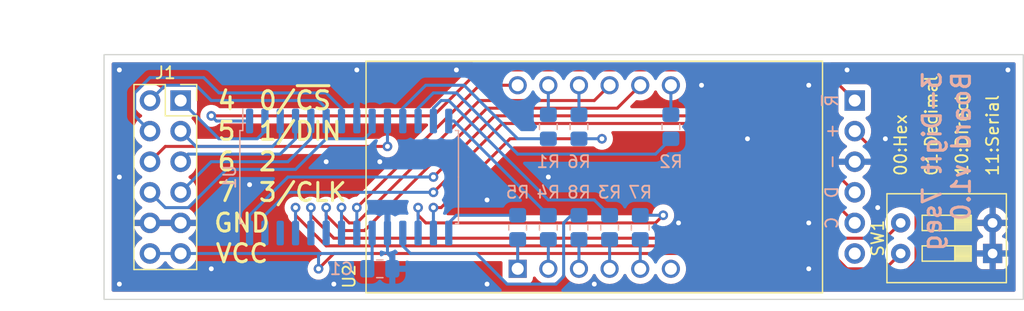
<source format=kicad_pcb>
(kicad_pcb (version 20211014) (generator pcbnew)
  (layers (0 "F.Cu" signal) (31 "B.Cu" signal) (34 "B.Paste" user) (35 "F.Paste" user) (36 "B.SilkS" user "B.Silkscreen") (37 "F.SilkS" user "F.Silkscreen") (38 "B.Mask" user) (39 "F.Mask" user) (44 "Edge.Cuts" user))
  (net 0 "")
  (net 1 "VCC")
  (net 2 "GND")
  (net 3 "/in0")
  (net 4 "/in1")
  (net 5 "/in2")
  (net 6 "/in3")
  (net 7 "/in4")
  (net 8 "/in5")
  (net 9 "/in6")
  (net 10 "/in7")
  (net 11 "Net-(U1-Pad1)")
  (net 12 "Net-(U1-Pad28)")
  (net 13 "Net-(U1-Pad27)")
  (net 15 "/l_a")
  (net 16 "Net-(U2-Pad11)")
  (net 17 "/l_b")
  (net 18 "Net-(U2-Pad7)")
  (net 19 "/l_c")
  (net 20 "Net-(U2-Pad4)")
  (net 21 "/l_d")
  (net 22 "Net-(U2-Pad2)")
  (net 23 "/l_e")
  (net 24 "Net-(U2-Pad1)")
  (net 25 "/l_f")
  (net 26 "Net-(U2-Pad10)")
  (net 27 "/l_g")
  (net 28 "Net-(U2-Pad5)")
  (net 29 "/l_dp")
  (net 30 "Net-(U2-Pad3)")
  (net 31 "/sw2")
  (net 32 "/sw1")
  (net 33 "/k1")
  (net 34 "/k2")
  (net 35 "/k3")
  (footprint "ModifiedKiCadLibrary:PinSocket_2x06_P2.54mm_Vertical_Top_Bottom" (layer "F.Cu") (at 107.95 54.61)
    (fp_text reference "J1" (at -1.27 -2.305) (layer "F.SilkS"))
    (fp_text value "Conn_02x06_Top_Bottom")
    (fp_line (start -3.87 14.03) (end 1.33 14.03) (layer "F.SilkS") (width 0.12))
    (fp_line (start -3.87 -1.33) (end -1.27 -1.33) (layer "F.SilkS") (width 0.12))
    (fp_line (start -1.27 1.27) (end 1.33 1.27) (layer "F.SilkS") (width 0.12))
    (fp_line (start -1.27 -1.33) (end -1.27 1.27) (layer "F.SilkS") (width 0.12))
    (fp_line (start -3.87 -1.33) (end -3.87 14.03) (layer "F.SilkS") (width 0.12))
    (fp_line (start 1.33 1.27) (end 1.33 14.03) (layer "F.SilkS") (width 0.12))
    (fp_line (start 1.33 -1.33) (end 1.33 0) (layer "F.SilkS") (width 0.12))
    (fp_line (start 0 -1.33) (end 1.33 -1.33) (layer "F.SilkS") (width 0.12))
    (pad "1" thru_hole rect (at 0 0) (size 1.7 1.7) (drill 1) (layers *.Cu *.Mask) (net 3 "/in0"))
    (pad "2" thru_hole oval (at 0 2.54) (size 1.7 1.7) (drill 1) (layers *.Cu *.Mask) (net 4 "/in1"))
    (pad "3" thru_hole oval (at 0 5.08) (size 1.7 1.7) (drill 1) (layers *.Cu *.Mask) (net 5 "/in2"))
    (pad "4" thru_hole oval (at 0 7.62) (size 1.7 1.7) (drill 1) (layers *.Cu *.Mask) (net 6 "/in3"))
    (pad "5" thru_hole oval (at 0 10.16) (size 1.7 1.7) (drill 1) (layers *.Cu *.Mask) (net 2 "GND"))
    (pad "6" thru_hole oval (at 0 12.7) (size 1.7 1.7) (drill 1) (layers *.Cu *.Mask) (net 1 "VCC"))
    (pad "7" thru_hole oval (at -2.54 0) (size 1.7 1.7) (drill 1) (layers *.Cu *.Mask) (net 7 "/in4"))
    (pad "8" thru_hole oval (at -2.54 2.54) (size 1.7 1.7) (drill 1) (layers *.Cu *.Mask) (net 8 "/in5"))
    (pad "9" thru_hole oval (at -2.54 5.08) (size 1.7 1.7) (drill 1) (layers *.Cu *.Mask) (net 9 "/in6"))
    (pad "10" thru_hole oval (at -2.54 7.62) (size 1.7 1.7) (drill 1) (layers *.Cu *.Mask) (net 10 "/in7"))
    (pad "11" thru_hole oval (at -2.54 10.16) (size 1.7 1.7) (drill 1) (layers *.Cu *.Mask) (net 2 "GND"))
    (pad "12" thru_hole oval (at -2.54 12.7) (size 1.7 1.7) (drill 1) (layers *.Cu *.Mask) (net 1 "VCC"))
  )
  (footprint "Display_7Segment:CA56-12EWA" (layer "F.Cu") (at 135.89 68.58 90)
    (fp_text reference "U2" (at -0.635 -13.97 90) (layer "F.SilkS"))
    (fp_text value "OSL30561-LRA")
    (fp_line (start -2 -12.57) (end -2 25.27) (layer "F.SilkS") (width 0.12))
    (fp_line (start -2 25.27) (end 17.24 25.27) (layer "F.SilkS") (width 0.12))
    (fp_line (start -2 -12.57) (end 17.24 -12.57) (layer "F.SilkS") (width 0.12))
    (fp_line (start 17.24 25.27) (end 17.24 -12.57) (layer "F.SilkS") (width 0.12))
    (pad "1" thru_hole rect (at 0 0 90) (size 1.5 1.5) (drill 1) (layers *.Cu *.Mask) (net 24 "Net-(U2-Pad1)"))
    (pad "2" thru_hole circle (at 0 2.54 90) (size 1.5 1.5) (drill 1) (layers *.Cu *.Mask) (net 22 "Net-(U2-Pad2)"))
    (pad "3" thru_hole circle (at 0 5.08 90) (size 1.5 1.5) (drill 1) (layers *.Cu *.Mask) (net 30 "Net-(U2-Pad3)"))
    (pad "4" thru_hole circle (at 0 7.62 90) (size 1.5 1.5) (drill 1) (layers *.Cu *.Mask) (net 20 "Net-(U2-Pad4)"))
    (pad "5" thru_hole circle (at 0 10.16 90) (size 1.5 1.5) (drill 1) (layers *.Cu *.Mask) (net 28 "Net-(U2-Pad5)"))
    (pad "6" thru_hole circle (at 0 12.7 90) (size 1.5 1.5) (drill 1) (layers *.Cu *.Mask))
    (pad "7" thru_hole circle (at 15.24 12.7 90) (size 1.5 1.5) (drill 1) (layers *.Cu *.Mask) (net 18 "Net-(U2-Pad7)"))
    (pad "8" thru_hole circle (at 15.24 10.16 90) (size 1.5 1.5) (drill 1) (layers *.Cu *.Mask) (net 35 "/k3"))
    (pad "9" thru_hole circle (at 15.24 7.62 90) (size 1.5 1.5) (drill 1) (layers *.Cu *.Mask) (net 34 "/k2"))
    (pad "10" thru_hole circle (at 15.24 5.08 90) (size 1.5 1.5) (drill 1) (layers *.Cu *.Mask) (net 26 "Net-(U2-Pad10)"))
    (pad "11" thru_hole circle (at 15.24 2.54 90) (size 1.5 1.5) (drill 1) (layers *.Cu *.Mask) (net 16 "Net-(U2-Pad11)"))
    (pad "12" thru_hole circle (at 15.24 0 90) (size 1.5 1.5) (drill 1) (layers *.Cu *.Mask) (net 33 "/k1"))
  )
  (footprint "Connector_PinHeader_2.54mm:PinHeader_1x06_P2.54mm_Vertical" (layer "F.Cu") (at 163.83 54.61)
    (fp_text reference "J2" hide)
    (fp_text value "Conn_PIC_ICSP_ICD")
    (pad "1" thru_hole rect (at 0 0) (size 1.7 1.7) (drill 1) (layers *.Cu *.Mask) (net 11 "Net-(U1-Pad1)"))
    (pad "2" thru_hole oval (at 0 2.54) (size 1.7 1.7) (drill 1) (layers *.Cu *.Mask) (net 1 "VCC"))
    (pad "3" thru_hole oval (at 0 5.08) (size 1.7 1.7) (drill 1) (layers *.Cu *.Mask) (net 2 "GND"))
    (pad "4" thru_hole oval (at 0 7.62) (size 1.7 1.7) (drill 1) (layers *.Cu *.Mask) (net 12 "Net-(U1-Pad28)"))
    (pad "5" thru_hole oval (at 0 10.16) (size 1.7 1.7) (drill 1) (layers *.Cu *.Mask) (net 13 "Net-(U1-Pad27)"))
    (pad "6" thru_hole oval (at 0 12.7) (size 1.7 1.7) (drill 1) (layers *.Cu *.Mask))
  )
  (footprint "Button_Switch_THT:SW_DIP_SPSTx02_Slide_9.78x7.26mm_W7.62mm_P2.54mm" (layer "F.Cu") (at 175.26 67.31 180)
    (fp_text reference "SW1" (at 9.525 1.27 90) (layer "F.SilkS"))
    (fp_text value "SW_DIP_x02")
    (fp_line (start 1.78 2.145) (end 3.133333 2.145) (layer "F.SilkS") (width 0.12))
    (fp_line (start 5.84 0.635) (end 5.84 -0.635) (layer "F.SilkS") (width 0.12))
    (fp_line (start 1.78 2.025) (end 3.133333 2.025) (layer "F.SilkS") (width 0.12))
    (fp_line (start 1.78 2.385) (end 3.133333 2.385) (layer "F.SilkS") (width 0.12))
    (fp_line (start 1.78 2.265) (end 3.133333 2.265) (layer "F.SilkS") (width 0.12))
    (fp_line (start 3.133333 -0.635) (end 3.133333 0.635) (layer "F.SilkS") (width 0.12))
    (fp_line (start -1.14 4.96) (end 8.76 4.96) (layer "F.SilkS") (width 0.12))
    (fp_line (start 1.78 2.865) (end 3.133333 2.865) (layer "F.SilkS") (width 0.12))
    (fp_line (start 5.84 1.905) (end 1.78 1.905) (layer "F.SilkS") (width 0.12))
    (fp_line (start 1.78 -0.275) (end 3.133333 -0.275) (layer "F.SilkS") (width 0.12))
    (fp_line (start 3.133333 1.905) (end 3.133333 3.175) (layer "F.SilkS") (width 0.12))
    (fp_line (start 1.78 0.205) (end 3.133333 0.205) (layer "F.SilkS") (width 0.12))
    (fp_line (start 5.84 -0.635) (end 1.78 -0.635) (layer "F.SilkS") (width 0.12))
    (fp_line (start 1.78 0.565) (end 3.133333 0.565) (layer "F.SilkS") (width 0.12))
    (fp_line (start 1.78 2.625) (end 3.133333 2.625) (layer "F.SilkS") (width 0.12))
    (fp_line (start 1.78 0.085) (end 3.133333 0.085) (layer "F.SilkS") (width 0.12))
    (fp_line (start 1.78 0.445) (end 3.133333 0.445) (layer "F.SilkS") (width 0.12))
    (fp_line (start 1.78 0.325) (end 3.133333 0.325) (layer "F.SilkS") (width 0.12))
    (fp_line (start 1.78 1.905) (end 1.78 3.175) (layer "F.SilkS") (width 0.12))
    (fp_line (start 8.76 -2.42) (end 8.76 4.96) (layer "F.SilkS") (width 0.12))
    (fp_line (start 1.78 -0.035) (end 3.133333 -0.035) (layer "F.SilkS") (width 0.12))
    (fp_line (start 1.78 3.105) (end 3.133333 3.105) (layer "F.SilkS") (width 0.12))
    (fp_line (start 1.78 -0.515) (end 3.133333 -0.515) (layer "F.SilkS") (width 0.12))
    (fp_line (start 1.78 0.635) (end 5.84 0.635) (layer "F.SilkS") (width 0.12))
    (fp_line (start 1.78 -0.635) (end 1.78 0.635) (layer "F.SilkS") (width 0.12))
    (fp_line (start 1.78 3.175) (end 5.84 3.175) (layer "F.SilkS") (width 0.12))
    (fp_line (start 1.78 -0.155) (end 3.133333 -0.155) (layer "F.SilkS") (width 0.12))
    (fp_line (start 1.78 2.505) (end 3.133333 2.505) (layer "F.SilkS") (width 0.12))
    (fp_line (start 1.78 2.745) (end 3.133333 2.745) (layer "F.SilkS") (width 0.12))
    (fp_line (start 1.78 2.985) (end 3.133333 2.985) (layer "F.SilkS") (width 0.12))
    (fp_line (start 5.84 3.175) (end 5.84 1.905) (layer "F.SilkS") (width 0.12))
    (fp_line (start -1.14 -2.42) (end 8.76 -2.42) (layer "F.SilkS") (width 0.12))
    (fp_line (start -1.14 -2.42) (end -1.14 4.96) (layer "F.SilkS") (width 0.12))
    (fp_line (start 1.78 -0.395) (end 3.133333 -0.395) (layer "F.SilkS") (width 0.12))
    (pad "1" thru_hole rect (at 0 0 180) (size 1.6 1.6) (drill 0.8) (layers *.Cu *.Mask) (net 2 "GND"))
    (pad "2" thru_hole oval (at 0 2.54 180) (size 1.6 1.6) (drill 0.8) (layers *.Cu *.Mask) (net 2 "GND"))
    (pad "3" thru_hole oval (at 7.62 2.54 180) (size 1.6 1.6) (drill 0.8) (layers *.Cu *.Mask) (net 32 "/sw1"))
    (pad "4" thru_hole oval (at 7.62 0 180) (size 1.6 1.6) (drill 0.8) (layers *.Cu *.Mask) (net 31 "/sw2"))
  )
  (footprint "Resistor_SMD:R_0805_2012Metric_Pad1.20x1.40mm_HandSolder" (layer "B.Cu") (at 138.43 56.785 90)
    (fp_text reference "R1" (at -2.905 0 180) (layer "B.SilkS") (effects (justify mirror)))
    (fp_text value "R")
    (fp_line (start -0.227064 -0.735) (end 0.227064 -0.735) (layer "B.SilkS") (width 0.12))
    (fp_line (start -0.227064 0.735) (end 0.227064 0.735) (layer "B.SilkS") (width 0.12))
    (pad "1" smd roundrect (at -1 0 90) (size 1.2 1.4) (layers "B.Cu" "B.Paste" "B.Mask") (roundrect_rratio 0.208333) (net 15 "/l_a"))
    (pad "2" smd roundrect (at 1 0 90) (size 1.2 1.4) (layers "B.Cu" "B.Paste" "B.Mask") (roundrect_rratio 0.208333) (net 16 "Net-(U2-Pad11)"))
  )
  (footprint "Capacitor_SMD:C_0805_2012Metric_Pad1.18x1.45mm_HandSolder" (layer "B.Cu") (at 124.46 68.58)
    (fp_text reference "C1" (at -3.175 0) (layer "B.SilkS") (effects (justify mirror)))
    (fp_text value "0.1u")
    (fp_line (start -0.261252 -0.735) (end 0.261252 -0.735) (layer "B.SilkS") (width 0.12))
    (fp_line (start -0.261252 0.735) (end 0.261252 0.735) (layer "B.SilkS") (width 0.12))
    (pad "1" smd roundrect (at -1.0375 0) (size 1.175 1.45) (layers "B.Cu" "B.Paste" "B.Mask") (roundrect_rratio 0.212766) (net 1 "VCC"))
    (pad "2" smd roundrect (at 1.0375 0) (size 1.175 1.45) (layers "B.Cu" "B.Paste" "B.Mask") (roundrect_rratio 0.212766) (net 2 "GND"))
  )
  (footprint "Resistor_SMD:R_0805_2012Metric_Pad1.20x1.40mm_HandSolder" (layer "B.Cu") (at 146.05 65.135 -90)
    (fp_text reference "R7" (at -2.905 0 180) (layer "B.SilkS") (effects (justify mirror)))
    (fp_text value "R")
    (fp_line (start -0.227064 0.735) (end 0.227064 0.735) (layer "B.SilkS") (width 0.12))
    (fp_line (start -0.227064 -0.735) (end 0.227064 -0.735) (layer "B.SilkS") (width 0.12))
    (pad "1" smd roundrect (at -1 0 270) (size 1.2 1.4) (layers "B.Cu" "B.Paste" "B.Mask") (roundrect_rratio 0.208333) (net 27 "/l_g"))
    (pad "2" smd roundrect (at 1 0 270) (size 1.2 1.4) (layers "B.Cu" "B.Paste" "B.Mask") (roundrect_rratio 0.208333) (net 28 "Net-(U2-Pad5)"))
  )
  (footprint "Resistor_SMD:R_0805_2012Metric_Pad1.20x1.40mm_HandSolder" (layer "B.Cu") (at 135.89 65.135 -90)
    (fp_text reference "R5" (at -2.905 0 180) (layer "B.SilkS") (effects (justify mirror)))
    (fp_text value "R")
    (fp_line (start -0.227064 -0.735) (end 0.227064 -0.735) (layer "B.SilkS") (width 0.12))
    (fp_line (start -0.227064 0.735) (end 0.227064 0.735) (layer "B.SilkS") (width 0.12))
    (pad "1" smd roundrect (at -1 0 270) (size 1.2 1.4) (layers "B.Cu" "B.Paste" "B.Mask") (roundrect_rratio 0.208333) (net 23 "/l_e"))
    (pad "2" smd roundrect (at 1 0 270) (size 1.2 1.4) (layers "B.Cu" "B.Paste" "B.Mask") (roundrect_rratio 0.208333) (net 24 "Net-(U2-Pad1)"))
  )
  (footprint "Resistor_SMD:R_0805_2012Metric_Pad1.20x1.40mm_HandSolder" (layer "B.Cu") (at 140.97 65.135 -90)
    (fp_text reference "R8" (at -2.905 0 180) (layer "B.SilkS") (effects (justify mirror)))
    (fp_text value "R")
    (fp_line (start -0.227064 -0.735) (end 0.227064 -0.735) (layer "B.SilkS") (width 0.12))
    (fp_line (start -0.227064 0.735) (end 0.227064 0.735) (layer "B.SilkS") (width 0.12))
    (pad "1" smd roundrect (at -1 0 270) (size 1.2 1.4) (layers "B.Cu" "B.Paste" "B.Mask") (roundrect_rratio 0.208333) (net 29 "/l_dp"))
    (pad "2" smd roundrect (at 1 0 270) (size 1.2 1.4) (layers "B.Cu" "B.Paste" "B.Mask") (roundrect_rratio 0.208333) (net 30 "Net-(U2-Pad3)"))
  )
  (footprint "Resistor_SMD:R_0805_2012Metric_Pad1.20x1.40mm_HandSolder" (layer "B.Cu") (at 140.97 56.785 90)
    (fp_text reference "R6" (at -2.905 0 180) (layer "B.SilkS") (effects (justify mirror)))
    (fp_text value "R")
    (fp_line (start -0.227064 0.735) (end 0.227064 0.735) (layer "B.SilkS") (width 0.12))
    (fp_line (start -0.227064 -0.735) (end 0.227064 -0.735) (layer "B.SilkS") (width 0.12))
    (pad "1" smd roundrect (at -1 0 90) (size 1.2 1.4) (layers "B.Cu" "B.Paste" "B.Mask") (roundrect_rratio 0.208333) (net 25 "/l_f"))
    (pad "2" smd roundrect (at 1 0 90) (size 1.2 1.4) (layers "B.Cu" "B.Paste" "B.Mask") (roundrect_rratio 0.208333) (net 26 "Net-(U2-Pad10)"))
  )
  (footprint "Resistor_SMD:R_0805_2012Metric_Pad1.20x1.40mm_HandSolder" (layer "B.Cu") (at 148.59 56.785 90)
    (fp_text reference "R2" (at -2.905 0 180) (layer "B.SilkS") (effects (justify mirror)))
    (fp_text value "R")
    (fp_line (start -0.227064 0.735) (end 0.227064 0.735) (layer "B.SilkS") (width 0.12))
    (fp_line (start -0.227064 -0.735) (end 0.227064 -0.735) (layer "B.SilkS") (width 0.12))
    (pad "1" smd roundrect (at -1 0 90) (size 1.2 1.4) (layers "B.Cu" "B.Paste" "B.Mask") (roundrect_rratio 0.208333) (net 17 "/l_b"))
    (pad "2" smd roundrect (at 1 0 90) (size 1.2 1.4) (layers "B.Cu" "B.Paste" "B.Mask") (roundrect_rratio 0.208333) (net 18 "Net-(U2-Pad7)"))
  )
  (footprint "Package_SO:SOIC-28W_7.5x17.9mm_P1.27mm" (layer "B.Cu") (at 121.92 60.96 -90)
    (fp_text reference "U1" (at 0 9.9 90) (layer "B.SilkS") (effects (justify mirror)))
    (fp_text value "PIC16F1933T-I/SO")
    (fp_line (start 0 9.06) (end -3.86 9.06) (layer "B.SilkS") (width 0.12))
    (fp_line (start -3.86 -9.06) (end -3.86 -8.815) (layer "B.SilkS") (width 0.12))
    (fp_line (start 3.86 9.06) (end 3.86 8.815) (layer "B.SilkS") (width 0.12))
    (fp_line (start 0 -9.06) (end -3.86 -9.06) (layer "B.SilkS") (width 0.12))
    (fp_line (start 3.86 -9.06) (end 3.86 -8.815) (layer "B.SilkS") (width 0.12))
    (fp_line (start 0 -9.06) (end 3.86 -9.06) (layer "B.SilkS") (width 0.12))
    (fp_line (start -3.86 9.06) (end -3.86 8.815) (layer "B.SilkS") (width 0.12))
    (fp_line (start -3.86 8.815) (end -5.675 8.815) (layer "B.SilkS") (width 0.12))
    (fp_line (start 0 9.06) (end 3.86 9.06) (layer "B.SilkS") (width 0.12))
    (pad "1" smd roundrect (at -4.65 8.255 270) (size 2.05 0.6) (layers "B.Cu" "B.Paste" "B.Mask") (net 11 "Net-(U1-Pad1)"))
    (pad "2" smd roundrect (at -4.65 6.985 270) (size 2.05 0.6) (layers "B.Cu" "B.Paste" "B.Mask") (net 3 "/in0"))
    (pad "3" smd roundrect (at -4.65 5.715 270) (size 2.05 0.6) (layers "B.Cu" "B.Paste" "B.Mask") (net 4 "/in1"))
    (pad "4" smd roundrect (at -4.65 4.445 270) (size 2.05 0.6) (layers "B.Cu" "B.Paste" "B.Mask") (net 5 "/in2"))
    (pad "5" smd roundrect (at -4.65 3.175 270) (size 2.05 0.6) (layers "B.Cu" "B.Paste" "B.Mask") (net 6 "/in3"))
    (pad "6" smd roundrect (at -4.65 1.905 270) (size 2.05 0.6) (layers "B.Cu" "B.Paste" "B.Mask") (net 7 "/in4"))
    (pad "7" smd roundrect (at -4.65 0.635 270) (size 2.05 0.6) (layers "B.Cu" "B.Paste" "B.Mask") (net 8 "/in5"))
    (pad "8" smd roundrect (at -4.65 -0.635 270) (size 2.05 0.6) (layers "B.Cu" "B.Paste" "B.Mask") (net 2 "GND"))
    (pad "9" smd roundrect (at -4.65 -1.905 270) (size 2.05 0.6) (layers "B.Cu" "B.Paste" "B.Mask") (net 10 "/in7"))
    (pad "10" smd roundrect (at -4.65 -3.175 270) (size 2.05 0.6) (layers "B.Cu" "B.Paste" "B.Mask") (net 9 "/in6"))
    (pad "11" smd roundrect (at -4.65 -4.445 270) (size 2.05 0.6) (layers "B.Cu" "B.Paste" "B.Mask") (net 15 "/l_a"))
    (pad "12" smd roundrect (at -4.65 -5.715 270) (size 2.05 0.6) (layers "B.Cu" "B.Paste" "B.Mask") (net 17 "/l_b"))
    (pad "13" smd roundrect (at -4.65 -6.985 270) (size 2.05 0.6) (layers "B.Cu" "B.Paste" "B.Mask") (net 19 "/l_c"))
    (pad "14" smd roundrect (at -4.65 -8.255 270) (size 2.05 0.6) (layers "B.Cu" "B.Paste" "B.Mask") (net 21 "/l_d"))
    (pad "15" smd roundrect (at 4.65 -8.255 270) (size 2.05 0.6) (layers "B.Cu" "B.Paste" "B.Mask") (net 23 "/l_e"))
    (pad "16" smd roundrect (at 4.65 -6.985 270) (size 2.05 0.6) (layers "B.Cu" "B.Paste" "B.Mask") (net 25 "/l_f"))
    (pad "17" smd roundrect (at 4.65 -5.715 270) (size 2.05 0.6) (layers "B.Cu" "B.Paste" "B.Mask") (net 27 "/l_g"))
    (pad "18" smd roundrect (at 4.65 -4.445 270) (size 2.05 0.6) (layers "B.Cu" "B.Paste" "B.Mask") (net 29 "/l_dp"))
    (pad "19" smd roundrect (at 4.65 -3.175 270) (size 2.05 0.6) (layers "B.Cu" "B.Paste" "B.Mask") (net 2 "GND"))
    (pad "20" smd roundrect (at 4.65 -1.905 270) (size 2.05 0.6) (layers "B.Cu" "B.Paste" "B.Mask") (net 1 "VCC"))
    (pad "21" smd roundrect (at 4.65 -0.635 270) (size 2.05 0.6) (layers "B.Cu" "B.Paste" "B.Mask") (net 33 "/k1"))
    (pad "22" smd roundrect (at 4.65 0.635 270) (size 2.05 0.6) (layers "B.Cu" "B.Paste" "B.Mask") (net 34 "/k2"))
    (pad "23" smd roundrect (at 4.65 1.905 270) (size 2.05 0.6) (layers "B.Cu" "B.Paste" "B.Mask") (net 35 "/k3"))
    (pad "24" smd roundrect (at 4.65 3.175 270) (size 2.05 0.6) (layers "B.Cu" "B.Paste" "B.Mask") (net 32 "/sw1"))
    (pad "25" smd roundrect (at 4.65 4.445 270) (size 2.05 0.6) (layers "B.Cu" "B.Paste" "B.Mask") (net 31 "/sw2"))
    (pad "26" smd roundrect (at 4.65 5.715 270) (size 2.05 0.6) (layers "B.Cu" "B.Paste" "B.Mask"))
    (pad "27" smd roundrect (at 4.65 6.985 270) (size 2.05 0.6) (layers "B.Cu" "B.Paste" "B.Mask") (net 13 "Net-(U1-Pad27)"))
    (pad "28" smd roundrect (at 4.65 8.255 270) (size 2.05 0.6) (layers "B.Cu" "B.Paste" "B.Mask") (net 12 "Net-(U1-Pad28)"))
  )
  (footprint "Resistor_SMD:R_0805_2012Metric_Pad1.20x1.40mm_HandSolder" (layer "B.Cu") (at 138.43 65.135 -90)
    (fp_text reference "R4" (at -2.905 0 180) (layer "B.SilkS") (effects (justify mirror)))
    (fp_text value "R")
    (fp_line (start -0.227064 0.735) (end 0.227064 0.735) (layer "B.SilkS") (width 0.12))
    (fp_line (start -0.227064 -0.735) (end 0.227064 -0.735) (layer "B.SilkS") (width 0.12))
    (pad "1" smd roundrect (at -1 0 270) (size 1.2 1.4) (layers "B.Cu" "B.Paste" "B.Mask") (roundrect_rratio 0.208333) (net 21 "/l_d"))
    (pad "2" smd roundrect (at 1 0 270) (size 1.2 1.4) (layers "B.Cu" "B.Paste" "B.Mask") (roundrect_rratio 0.208333) (net 22 "Net-(U2-Pad2)"))
  )
  (footprint "Resistor_SMD:R_0805_2012Metric_Pad1.20x1.40mm_HandSolder" (layer "B.Cu") (at 143.51 65.135 -90)
    (fp_text reference "R3" (at -2.905 0 180) (layer "B.SilkS") (effects (justify mirror)))
    (fp_text value "R")
    (fp_line (start -0.227064 -0.735) (end 0.227064 -0.735) (layer "B.SilkS") (width 0.12))
    (fp_line (start -0.227064 0.735) (end 0.227064 0.735) (layer "B.SilkS") (width 0.12))
    (pad "1" smd roundrect (at -1 0 270) (size 1.2 1.4) (layers "B.Cu" "B.Paste" "B.Mask") (roundrect_rratio 0.208333) (net 19 "/l_c"))
    (pad "2" smd roundrect (at 1 0 270) (size 1.2 1.4) (layers "B.Cu" "B.Paste" "B.Mask") (roundrect_rratio 0.208333) (net 20 "Net-(U2-Pad4)"))
  )
  (gr_rect (start 101.6 50.8) (end 177.8 71.12) (layer "Edge.Cuts") (width 0.1) (fill none))
  (gr_text "-" (at 161.925 59.69 90) (layer "B.SilkS") (effects (font (size 1 1)) (justify mirror)))
  (gr_text "+" (at 161.925 57.15 90) (layer "B.SilkS") (effects (font (size 1 1)) (justify mirror)))
  (gr_text "D" (at 161.925 62.23 90) (layer "B.SilkS") (effects (font (size 1 1)) (justify mirror)))
  (gr_text "3-Digit 7seg\nBoard v1.0" (at 171.45 52.07 90) (layer "B.SilkS") (effects (font (size 1.5 1.5) (thickness 0.25)) (justify left mirror)))
  (gr_text "~{R}" (at 161.925 54.61 90) (layer "B.SilkS") (effects (font (size 1 1)) (justify mirror)))
  (gr_text "C" (at 161.925 64.77 90) (layer "B.SilkS") (effects (font (size 1 1)) (justify mirror)))
  (gr_text "10:Direct" (at 172.72 60.96 90) (layer "F.SilkS") (effects (font (size 1 1)) (justify left)))
  (gr_text "4" (at 111.76 54.61) (layer "F.SilkS") (effects (font (size 1.5 1.5) (thickness 0.25))))
  (gr_text "VCC" (at 113.03 67.31) (layer "F.SilkS") (effects (font (size 1.5 1.5) (thickness 0.25))))
  (gr_text "3/CLK" (at 114.3 62.23) (layer "F.SilkS") (effects (font (size 1.5 1.5) (thickness 0.25)) (justify left)))
  (gr_text "0/~{CS}" (at 114.3 54.61) (layer "F.SilkS") (effects (font (size 1.5 1.5) (thickness 0.25)) (justify left)))
  (gr_text "GND" (at 113.03 64.77) (layer "F.SilkS") (effects (font (size 1.5 1.5) (thickness 0.25))))
  (gr_text "6" (at 111.76 59.69) (layer "F.SilkS") (effects (font (size 1.5 1.5) (thickness 0.25))))
  (gr_text "5" (at 111.76 57.15) (layer "F.SilkS") (effects (font (size 1.5 1.5) (thickness 0.25))))
  (gr_text "01:Decimal" (at 170.18 60.96 90) (layer "F.SilkS") (effects (font (size 1 1)) (justify left)))
  (gr_text "00:Hex" (at 167.64 60.96 90) (layer "F.SilkS") (effects (font (size 1 1)) (justify left)))
  (gr_text "2" (at 114.3 59.69) (layer "F.SilkS") (effects (font (size 1.5 1.5) (thickness 0.25)) (justify left)))
  (gr_text "1/DIN" (at 114.3 57.15) (layer "F.SilkS") (effects (font (size 1.5 1.5) (thickness 0.25)) (justify left)))
  (gr_text "11:Serial" (at 175.26 60.96 90) (layer "F.SilkS") (effects (font (size 1 1)) (justify left)))
  (gr_text "7" (at 111.76 62.23) (layer "F.SilkS") (effects (font (size 1.5 1.5) (thickness 0.25))))
  (segment (start 168.91 62.23) (end 168.91 67.945) (width 0.25) (layer "F.Cu") (net 1))
  (segment (start 160.655 67.31) (end 120.65 67.31) (width 0.25) (layer "F.Cu") (net 1))
  (segment (start 120.65 67.31) (end 119.38 68.58) (width 0.25) (layer "F.Cu") (net 1))
  (segment (start 162.56 69.215) (end 160.655 67.31) (width 0.25) (layer "F.Cu") (net 1))
  (segment (start 167.64 69.215) (end 162.56 69.215) (width 0.25) (layer "F.Cu") (net 1))
  (segment (start 163.83 57.15) (end 168.91 62.23) (width 0.25) (layer "F.Cu") (net 1))
  (segment (start 168.91 67.945) (end 167.64 69.215) (width 0.25) (layer "F.Cu") (net 1))
  (via (at 119.38 68.58) (size 0.8) (drill 0.4) (layers "F.Cu" "B.Cu") (net 1))
  (segment (start 123.825 67.31) (end 123.825 65.61) (width 0.25) (layer "B.Cu") (net 1))
  (segment (start 123.4225 68.58) (end 123.825 68.1775) (width 0.25) (layer "B.Cu") (net 1))
  (segment (start 107.95 67.31) (end 119.38 67.31) (width 0.25) (layer "B.Cu") (net 1))
  (segment (start 119.38 67.31) (end 123.825 67.31) (width 0.25) (layer "B.Cu") (net 1))
  (segment (start 107.95 67.31) (end 105.41 67.31) (width 0.25) (layer "B.Cu") (net 1))
  (segment (start 123.825 68.1775) (end 123.825 67.31) (width 0.25) (layer "B.Cu") (net 1))
  (segment (start 119.38 68.58) (end 119.38 67.31) (width 0.25) (layer "B.Cu") (net 1))
  (via (at 113.665 61.595) (size 0.8) (drill 0.4) (layers "F.Cu" "B.Cu") (net 2))
  (via (at 151.13 53.34) (size 0.8) (drill 0.4) (layers "F.Cu" "B.Cu") (net 2))
  (via (at 166.37 57.785) (size 0.8) (drill 0.4) (layers "F.Cu" "B.Cu") (net 2))
  (via (at 142.24 69.85) (size 0.8) (drill 0.4) (layers "F.Cu" "B.Cu") (net 2))
  (via (at 110.49 68.58) (size 0.8) (drill 0.4) (layers "F.Cu" "B.Cu") (net 2))
  (via (at 160.02 64.77) (size 0.8) (drill 0.4) (layers "F.Cu" "B.Cu") (net 2))
  (via (at 138.43 60.96) (size 0.8) (drill 0.4) (layers "F.Cu" "B.Cu") (net 2))
  (via (at 120.015 59.69) (size 0.8) (drill 0.4) (layers "F.Cu" "B.Cu") (net 2))
  (via (at 176.53 52.07) (size 0.8) (drill 0.4) (layers "F.Cu" "B.Cu") (net 2))
  (via (at 163.195 52.07) (size 0.8) (drill 0.4) (layers "F.Cu" "B.Cu") (net 2))
  (via (at 102.87 60.96) (size 0.8) (drill 0.4) (layers "F.Cu" "B.Cu") (net 2))
  (via (at 130.81 52.07) (size 0.8) (drill 0.4) (layers "F.Cu" "B.Cu") (net 2))
  (via (at 102.87 52.07) (size 0.8) (drill 0.4) (layers "F.Cu" "B.Cu") (net 2))
  (via (at 122.555 52.07) (size 0.8) (drill 0.4) (layers "F.Cu" "B.Cu") (net 2))
  (via (at 124.46 59.69) (size 0.8) (drill 0.4) (layers "F.Cu" "B.Cu") (net 2))
  (via (at 120.65 69.85) (size 0.8) (drill 0.4) (layers "F.Cu" "B.Cu") (net 2))
  (via (at 149.225 64.77) (size 0.8) (drill 0.4) (layers "F.Cu" "B.Cu") (net 2))
  (via (at 154.94 57.785) (size 0.8) (drill 0.4) (layers "F.Cu" "B.Cu") (net 2))
  (via (at 133.35 62.865) (size 0.8) (drill 0.4) (layers "F.Cu" "B.Cu") (net 2))
  (via (at 133.35 69.85) (size 0.8) (drill 0.4) (layers "F.Cu" "B.Cu") (net 2))
  (via (at 160.02 53.34) (size 0.8) (drill 0.4) (layers "F.Cu" "B.Cu") (net 2))
  (via (at 165.735 63.5) (size 0.8) (drill 0.4) (layers "F.Cu" "B.Cu") (net 2))
  (via (at 102.87 69.85) (size 0.8) (drill 0.4) (layers "F.Cu" "B.Cu") (net 2))
  (via (at 160.02 68.58) (size 0.8) (drill 0.4) (layers "F.Cu" "B.Cu") (net 2))
  (segment (start 125.095 67.31) (end 125.095 65.61) (width 0.25) (layer "B.Cu") (net 2))
  (segment (start 125.4975 68.58) (end 125.4975 67.7125) (width 0.25) (layer "B.Cu") (net 2))
  (segment (start 125.4975 67.7125) (end 125.095 67.31) (width 0.25) (layer "B.Cu") (net 2))
  (segment (start 114.935 56.31) (end 114.935 57.15) (width 0.25) (layer "B.Cu") (net 3))
  (segment (start 114.3 57.785) (end 111.125 57.785) (width 0.25) (layer "B.Cu") (net 3))
  (segment (start 111.125 57.785) (end 107.95 54.61) (width 0.25) (layer "B.Cu") (net 3))
  (segment (start 114.935 57.15) (end 114.3 57.785) (width 0.25) (layer "B.Cu") (net 3))
  (segment (start 109.22 58.42) (end 115.57 58.42) (width 0.25) (layer "B.Cu") (net 4))
  (segment (start 115.57 58.42) (end 116.205 57.785) (width 0.25) (layer "B.Cu") (net 4))
  (segment (start 116.205 57.785) (end 116.205 56.31) (width 0.25) (layer "B.Cu") (net 4))
  (segment (start 107.95 57.15) (end 109.22 58.42) (width 0.25) (layer "B.Cu") (net 4))
  (segment (start 117.475 57.785) (end 116.205 59.055) (width 0.25) (layer "B.Cu") (net 5))
  (segment (start 117.475 56.31) (end 117.475 57.785) (width 0.25) (layer "B.Cu") (net 5))
  (segment (start 108.585 59.055) (end 107.95 59.69) (width 0.25) (layer "B.Cu") (net 5))
  (segment (start 116.205 59.055) (end 108.585 59.055) (width 0.25) (layer "B.Cu") (net 5))
  (segment (start 116.84 59.69) (end 110.49 59.69) (width 0.25) (layer "B.Cu") (net 6))
  (segment (start 118.745 56.31) (end 118.745 57.785) (width 0.25) (layer "B.Cu") (net 6))
  (segment (start 118.745 57.785) (end 116.84 59.69) (width 0.25) (layer "B.Cu") (net 6))
  (segment (start 110.49 59.69) (end 107.95 62.23) (width 0.25) (layer "B.Cu") (net 6))
  (segment (start 119.38 54.61) (end 110.49 54.61) (width 0.25) (layer "B.Cu") (net 7))
  (segment (start 120.015 56.31) (end 120.015 55.245) (width 0.25) (layer "B.Cu") (net 7))
  (segment (start 109.22 53.34) (end 106.68 53.34) (width 0.25) (layer "B.Cu") (net 7))
  (segment (start 106.68 53.34) (end 105.41 54.61) (width 0.25) (layer "B.Cu") (net 7))
  (segment (start 110.49 54.61) (end 109.22 53.34) (width 0.25) (layer "B.Cu") (net 7))
  (segment (start 120.015 55.245) (end 119.38 54.61) (width 0.25) (layer "B.Cu") (net 7))
  (segment (start 105.41 52.705) (end 104.14 53.975) (width 0.25) (layer "B.Cu") (net 8))
  (segment (start 121.285 55.245) (end 120.015 53.975) (width 0.25) (layer "B.Cu") (net 8))
  (segment (start 104.14 53.975) (end 104.14 55.88) (width 0.25) (layer "B.Cu") (net 8))
  (segment (start 109.855 52.705) (end 105.41 52.705) (width 0.25) (layer "B.Cu") (net 8))
  (segment (start 120.015 53.975) (end 111.125 53.975) (width 0.25) (layer "B.Cu") (net 8))
  (segment (start 121.285 56.31) (end 121.285 55.245) (width 0.25) (layer "B.Cu") (net 8))
  (segment (start 104.14 55.88) (end 105.41 57.15) (width 0.25) (layer "B.Cu") (net 8))
  (segment (start 111.125 53.975) (end 109.855 52.705) (width 0.25) (layer "B.Cu") (net 8))
  (segment (start 125.095 58.42) (end 106.68 58.42) (width 0.25) (layer "F.Cu") (net 9))
  (segment (start 106.68 58.42) (end 105.41 59.69) (width 0.25) (layer "F.Cu") (net 9))
  (via (at 125.095 58.42) (size 0.8) (drill 0.4) (layers "F.Cu" "B.Cu") (net 9))
  (segment (start 125.095 56.31) (end 125.095 58.42) (width 0.25) (layer "B.Cu") (net 9))
  (segment (start 108.585 63.5) (end 106.68 63.5) (width 0.25) (layer "B.Cu") (net 10))
  (segment (start 123.825 56.31) (end 123.825 57.15) (width 0.25) (layer "B.Cu") (net 10))
  (segment (start 106.68 63.5) (end 105.41 62.23) (width 0.25) (layer "B.Cu") (net 10))
  (segment (start 120.015 57.785) (end 123.19 57.785) (width 0.25) (layer "B.Cu") (net 10))
  (segment (start 117.475 60.325) (end 111.76 60.325) (width 0.25) (layer "B.Cu") (net 10))
  (segment (start 111.76 60.325) (end 108.585 63.5) (width 0.25) (layer "B.Cu") (net 10))
  (segment (start 117.475 60.325) (end 120.015 57.785) (width 0.25) (layer "B.Cu") (net 10))
  (segment (start 123.19 57.785) (end 123.825 57.15) (width 0.25) (layer "B.Cu") (net 10))
  (segment (start 161.29 52.07) (end 132.715 52.07) (width 0.25) (layer "F.Cu") (net 11))
  (segment (start 110.49 55.88) (end 128.905 55.88) (width 0.25) (layer "F.Cu") (net 11))
  (segment (start 163.83 54.61) (end 161.29 52.07) (width 0.25) (layer "F.Cu") (net 11))
  (segment (start 128.905 55.88) (end 132.715 52.07) (width 0.25) (layer "F.Cu") (net 11))
  (via (at 110.49 55.88) (size 0.8) (drill 0.4) (layers "F.Cu" "B.Cu") (net 11))
  (segment (start 113.665 56.31) (end 110.92 56.31) (width 0.25) (layer "B.Cu") (net 11))
  (segment (start 110.92 56.31) (end 110.49 55.88) (width 0.25) (layer "B.Cu") (net 11))
  (segment (start 133.985 55.88) (end 157.48 55.88) (width 0.25) (layer "F.Cu") (net 12))
  (segment (start 157.48 55.88) (end 163.83 62.23) (width 0.25) (layer "F.Cu") (net 12))
  (segment (start 128.905 60.96) (end 133.985 55.88) (width 0.25) (layer "F.Cu") (net 12))
  (via (at 128.905 60.96) (size 0.8) (drill 0.4) (layers "F.Cu" "B.Cu") (net 12))
  (segment (start 113.665 64.135) (end 113.665 65.61) (width 0.25) (layer "B.Cu") (net 12))
  (segment (start 128.905 60.96) (end 116.84 60.96) (width 0.25) (layer "B.Cu") (net 12))
  (segment (start 116.84 60.96) (end 113.665 64.135) (width 0.25) (layer "B.Cu") (net 12))
  (segment (start 128.905 62.23) (end 134.62 56.515) (width 0.25) (layer "F.Cu") (net 13))
  (segment (start 134.62 56.515) (end 155.575 56.515) (width 0.25) (layer "F.Cu") (net 13))
  (segment (start 155.575 56.515) (end 163.83 64.77) (width 0.25) (layer "F.Cu") (net 13))
  (via (at 128.905 62.23) (size 0.8) (drill 0.4) (layers "F.Cu" "B.Cu") (net 13))
  (segment (start 116.84 62.23) (end 114.935 64.135) (width 0.25) (layer "B.Cu") (net 13))
  (segment (start 128.905 62.23) (end 116.84 62.23) (width 0.25) (layer "B.Cu") (net 13))
  (segment (start 114.935 64.135) (end 114.935 65.61) (width 0.25) (layer "B.Cu") (net 13))
  (segment (start 128.27 53.34) (end 126.365 55.245) (width 0.25) (layer "B.Cu") (net 15))
  (segment (start 126.365 55.245) (end 126.365 56.31) (width 0.25) (layer "B.Cu") (net 15))
  (segment (start 131.445 53.34) (end 128.27 53.34) (width 0.25) (layer "B.Cu") (net 15))
  (segment (start 138.43 57.785) (end 135.89 57.785) (width 0.25) (layer "B.Cu") (net 15))
  (segment (start 135.89 57.785) (end 131.445 53.34) (width 0.25) (layer "B.Cu") (net 15))
  (segment (start 138.43 55.785) (end 138.43 53.34) (width 0.25) (layer "B.Cu") (net 16))
  (segment (start 130.81 53.975) (end 128.905 53.975) (width 0.25) (layer "B.Cu") (net 17))
  (segment (start 135.89 59.055) (end 130.81 53.975) (width 0.25) (layer "B.Cu") (net 17))
  (segment (start 128.905 53.975) (end 127.635 55.245) (width 0.25) (layer "B.Cu") (net 17))
  (segment (start 127.635 55.245) (end 127.635 56.31) (width 0.25) (layer "B.Cu") (net 17))
  (segment (start 147.32 59.055) (end 135.89 59.055) (width 0.25) (layer "B.Cu") (net 17))
  (segment (start 148.59 57.785) (end 147.32 59.055) (width 0.25) (layer "B.Cu") (net 17))
  (segment (start 148.59 55.785) (end 148.59 53.34) (width 0.25) (layer "B.Cu") (net 18))
  (segment (start 143.51 64.135) (end 142.24 62.865) (width 0.25) (layer "B.Cu") (net 19))
  (segment (start 129.54 54.61) (end 128.905 55.245) (width 0.25) (layer "B.Cu") (net 19))
  (segment (start 128.905 55.245) (end 128.905 56.31) (width 0.25) (layer "B.Cu") (net 19))
  (segment (start 142.24 62.865) (end 138.43 62.865) (width 0.25) (layer "B.Cu") (net 19))
  (segment (start 138.43 62.865) (end 130.175 54.61) (width 0.25) (layer "B.Cu") (net 19))
  (segment (start 130.175 54.61) (end 129.54 54.61) (width 0.25) (layer "B.Cu") (net 19))
  (segment (start 143.51 68.58) (end 143.51 66.135) (width 0.25) (layer "B.Cu") (net 20))
  (segment (start 130.605 56.31) (end 130.175 56.31) (width 0.25) (layer "B.Cu") (net 21))
  (segment (start 138.43 64.135) (end 130.605 56.31) (width 0.25) (layer "B.Cu") (net 21))
  (segment (start 138.43 66.135) (end 138.43 68.58) (width 0.25) (layer "B.Cu") (net 22))
  (segment (start 130.81 64.135) (end 130.175 64.77) (width 0.25) (layer "B.Cu") (net 23))
  (segment (start 135.89 64.135) (end 130.81 64.135) (width 0.25) (layer "B.Cu") (net 23))
  (segment (start 130.175 64.77) (end 130.175 65.61) (width 0.25) (layer "B.Cu") (net 23))
  (segment (start 135.89 66.135) (end 135.89 68.58) (width 0.25) (layer "B.Cu") (net 24))
  (segment (start 135.255 57.785) (end 142.875 57.785) (width 0.25) (layer "F.Cu") (net 25))
  (segment (start 129.54 63.5) (end 135.255 57.785) (width 0.25) (layer "F.Cu") (net 25))
  (segment (start 129.54 63.5) (end 128.905 63.5) (width 0.25) (layer "F.Cu") (net 25))
  (via (at 128.905 63.5) (size 0.8) (drill 0.4) (layers "F.Cu" "B.Cu") (net 25))
  (via (at 142.875 57.785) (size 0.8) (drill 0.4) (layers "F.Cu" "B.Cu") (net 25))
  (segment (start 140.97 57.785) (end 142.875 57.785) (width 0.25) (layer "B.Cu") (net 25))
  (segment (start 128.905 65.61) (end 128.905 63.5) (width 0.25) (layer "B.Cu") (net 25))
  (segment (start 140.97 55.785) (end 140.97 53.34) (width 0.25) (layer "B.Cu") (net 26))
  (segment (start 127.635 64.135) (end 128.27 64.77) (width 0.25) (layer "F.Cu") (net 27))
  (segment (start 128.27 64.77) (end 147.32 64.77) (width 0.25) (layer "F.Cu") (net 27))
  (segment (start 147.32 64.77) (end 147.955 64.135) (width 0.25) (layer "F.Cu") (net 27))
  (segment (start 127.635 63.5) (end 127.635 64.135) (width 0.25) (layer "F.Cu") (net 27))
  (via (at 147.955 64.135) (size 0.8) (drill 0.4) (layers "F.Cu" "B.Cu") (net 27))
  (via (at 127.635 63.5) (size 0.8) (drill 0.4) (layers "F.Cu" "B.Cu") (net 27))
  (segment (start 127.635 63.5) (end 127.635 65.61) (width 0.25) (layer "B.Cu") (net 27))
  (segment (start 146.05 64.135) (end 147.955 64.135) (width 0.25) (layer "B.Cu") (net 27))
  (segment (start 146.05 68.58) (end 146.05 66.135) (width 0.25) (layer "B.Cu") (net 28))
  (segment (start 127 67.31) (end 126.365 66.675) (width 0.25) (layer "B.Cu") (net 29))
  (segment (start 140.97 64.135) (end 140.335 64.135) (width 0.25) (layer "B.Cu") (net 29))
  (segment (start 126.365 66.675) (end 126.365 65.61) (width 0.25) (layer "B.Cu") (net 29))
  (segment (start 132.470978 67.31) (end 127 67.31) (width 0.25) (layer "B.Cu") (net 29))
  (segment (start 140.335 64.135) (end 139.7 64.77) (width 0.25) (layer "B.Cu") (net 29))
  (segment (start 139.065 69.85) (end 135.010978 69.85) (width 0.25) (layer "B.Cu") (net 29))
  (segment (start 139.7 64.77) (end 139.7 69.215) (width 0.25) (layer "B.Cu") (net 29))
  (segment (start 135.010978 69.85) (end 132.470978 67.31) (width 0.25) (layer "B.Cu") (net 29))
  (segment (start 139.7 69.215) (end 139.065 69.85) (width 0.25) (layer "B.Cu") (net 29))
  (segment (start 140.97 68.58) (end 140.97 66.135) (width 0.25) (layer "B.Cu") (net 30))
  (segment (start 163.195 68.58) (end 166.37 68.58) (width 0.25) (layer "F.Cu") (net 31))
  (segment (start 117.475 64.135) (end 120.015 66.675) (width 0.25) (layer "F.Cu") (net 31))
  (segment (start 117.475 63.5) (end 117.475 64.135) (width 0.25) (layer "F.Cu") (net 31))
  (segment (start 161.29 66.675) (end 163.195 68.58) (width 0.25) (layer "F.Cu") (net 31))
  (segment (start 166.37 68.58) (end 167.64 67.31) (width 0.25) (layer "F.Cu") (net 31))
  (segment (start 120.015 66.675) (end 161.29 66.675) (width 0.25) (layer "F.Cu") (net 31))
  (via (at 117.475 63.5) (size 0.8) (drill 0.4) (layers "F.Cu" "B.Cu") (net 31))
  (segment (start 117.475 65.61) (end 117.475 63.5) (width 0.25) (layer "B.Cu") (net 31))
  (segment (start 120.65 66.04) (end 118.745 64.135) (width 0.25) (layer "F.Cu") (net 32))
  (segment (start 166.37 66.04) (end 120.65 66.04) (width 0.25) (layer "F.Cu") (net 32))
  (segment (start 167.64 64.77) (end 166.37 66.04) (width 0.25) (layer "F.Cu") (net 32))
  (segment (start 118.745 64.135) (end 118.745 63.5) (width 0.25) (layer "F.Cu") (net 32))
  (via (at 118.745 63.5) (size 0.8) (drill 0.4) (layers "F.Cu" "B.Cu") (net 32))
  (segment (start 118.745 65.61) (end 118.745 63.5) (width 0.25) (layer "B.Cu") (net 32))
  (segment (start 132.715 53.34) (end 135.89 53.34) (width 0.25) (layer "F.Cu") (net 33))
  (segment (start 122.555 63.5) (end 132.715 53.34) (width 0.25) (layer "F.Cu") (net 33))
  (via (at 122.555 63.5) (size 0.8) (drill 0.4) (layers "F.Cu" "B.Cu") (net 33))
  (segment (start 122.555 65.61) (end 122.555 63.5) (width 0.25) (layer "B.Cu") (net 33))
  (segment (start 121.92 64.77) (end 121.285 64.135) (width 0.25) (layer "F.Cu") (net 34))
  (segment (start 143.51 53.34) (end 142.24 54.61) (width 0.25) (layer "F.Cu") (net 34))
  (segment (start 122.555 64.77) (end 121.92 64.77) (width 0.25) (layer "F.Cu") (net 34))
  (segment (start 121.285 64.135) (end 121.285 63.5) (width 0.25) (layer "F.Cu") (net 34))
  (segment (start 142.24 54.61) (end 132.715 54.61) (width 0.25) (layer "F.Cu") (net 34))
  (segment (start 132.715 54.61) (end 122.555 64.77) (width 0.25) (layer "F.Cu") (net 34))
  (via (at 121.285 63.5) (size 0.8) (drill 0.4) (layers "F.Cu" "B.Cu") (net 34))
  (segment (start 121.285 65.61) (end 121.285 63.5) (width 0.25) (layer "B.Cu") (net 34))
  (segment (start 146.05 53.34) (end 144.145 55.245) (width 0.25) (layer "F.Cu") (net 35))
  (segment (start 121.285 65.405) (end 120.015 64.135) (width 0.25) (layer "F.Cu") (net 35))
  (segment (start 120.015 64.135) (end 120.015 63.5) (width 0.25) (layer "F.Cu") (net 35))
  (segment (start 123.19 65.405) (end 121.285 65.405) (width 0.25) (layer "F.Cu") (net 35))
  (segment (start 133.35 55.245) (end 123.19 65.405) (width 0.25) (layer "F.Cu") (net 35))
  (segment (start 144.145 55.245) (end 133.35 55.245) (width 0.25) (layer "F.Cu") (net 35))
  (via (at 120.015 63.5) (size 0.8) (drill 0.4) (layers "F.Cu" "B.Cu") (net 35))
  (segment (start 120.015 65.61) (end 120.015 63.5) (width 0.25) (layer "B.Cu") (net 35))
  (zone (net 2) (net_name "GND") (layers F&B.Cu) (connect_pads (clearance 0.508)) (min_thickness 0.254) (fill yes (thermal_gap 0.508) (thermal_bridge_width 0.508))
    (polygon (pts (xy 177.165 70.485) (xy 102.235 70.485) (xy 102.235 51.435) (xy 177.165 51.435)))
  )
)
</source>
